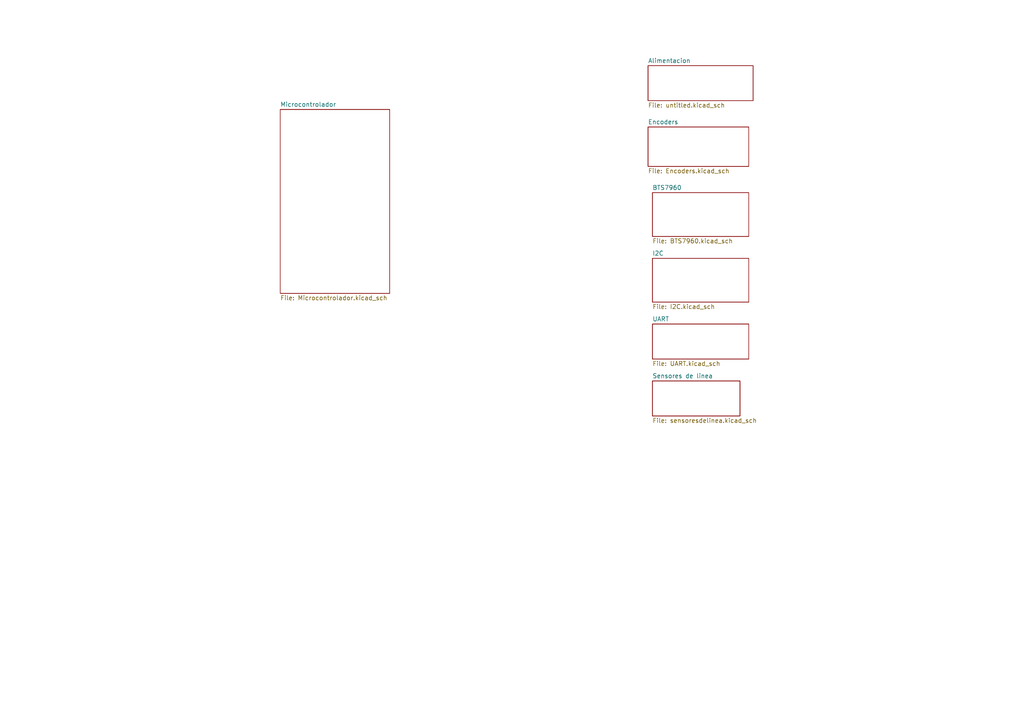
<source format=kicad_sch>
(kicad_sch
	(version 20231120)
	(generator "eeschema")
	(generator_version "8.0")
	(uuid "b0e8f483-0023-4ae8-ade5-8b5c3c2eccb2")
	(paper "A4")
	(lib_symbols)
	(sheet
		(at 187.96 19.05)
		(size 30.48 10.16)
		(fields_autoplaced yes)
		(stroke
			(width 0.1524)
			(type solid)
		)
		(fill
			(color 0 0 0 0.0000)
		)
		(uuid "065255fb-2ba0-4ab9-b773-63c1b05bf665")
		(property "Sheetname" "Alimentacion"
			(at 187.96 18.3384 0)
			(effects
				(font
					(size 1.27 1.27)
				)
				(justify left bottom)
			)
		)
		(property "Sheetfile" "untitled.kicad_sch"
			(at 187.96 29.7946 0)
			(effects
				(font
					(size 1.27 1.27)
				)
				(justify left top)
			)
		)
		(instances
			(project "Placa_principal_v2"
				(path "/b0e8f483-0023-4ae8-ade5-8b5c3c2eccb2"
					(page "2")
				)
			)
		)
	)
	(sheet
		(at 81.28 31.75)
		(size 31.75 53.34)
		(fields_autoplaced yes)
		(stroke
			(width 0.1524)
			(type solid)
		)
		(fill
			(color 0 0 0 0.0000)
		)
		(uuid "2eff5255-2602-4a7d-a57c-fcf425443981")
		(property "Sheetname" "Microcontrolador"
			(at 81.28 31.0384 0)
			(effects
				(font
					(size 1.27 1.27)
				)
				(justify left bottom)
			)
		)
		(property "Sheetfile" "Microcontrolador.kicad_sch"
			(at 81.28 85.6746 0)
			(effects
				(font
					(size 1.27 1.27)
				)
				(justify left top)
			)
		)
		(instances
			(project "Placa_principal_v2"
				(path "/b0e8f483-0023-4ae8-ade5-8b5c3c2eccb2"
					(page "3")
				)
			)
		)
	)
	(sheet
		(at 189.23 110.49)
		(size 25.4 10.16)
		(fields_autoplaced yes)
		(stroke
			(width 0.1524)
			(type solid)
		)
		(fill
			(color 0 0 0 0.0000)
		)
		(uuid "ad261028-5f21-43f6-b329-e154d5dbf44c")
		(property "Sheetname" "Sensores de linea"
			(at 189.23 109.7784 0)
			(effects
				(font
					(size 1.27 1.27)
				)
				(justify left bottom)
			)
		)
		(property "Sheetfile" "sensoresdelinea.kicad_sch"
			(at 189.23 121.2346 0)
			(effects
				(font
					(size 1.27 1.27)
				)
				(justify left top)
			)
		)
		(instances
			(project "Placa_principal_v2"
				(path "/b0e8f483-0023-4ae8-ade5-8b5c3c2eccb2"
					(page "8")
				)
			)
		)
	)
	(sheet
		(at 189.23 74.93)
		(size 27.94 12.7)
		(fields_autoplaced yes)
		(stroke
			(width 0.1524)
			(type solid)
		)
		(fill
			(color 0 0 0 0.0000)
		)
		(uuid "aeaf4bd9-598b-4e53-bda9-84c09b5a44c6")
		(property "Sheetname" "I2C"
			(at 189.23 74.2184 0)
			(effects
				(font
					(size 1.27 1.27)
				)
				(justify left bottom)
			)
		)
		(property "Sheetfile" "I2C.kicad_sch"
			(at 189.23 88.2146 0)
			(effects
				(font
					(size 1.27 1.27)
				)
				(justify left top)
			)
		)
		(instances
			(project "Placa_principal_v2"
				(path "/b0e8f483-0023-4ae8-ade5-8b5c3c2eccb2"
					(page "6")
				)
			)
		)
	)
	(sheet
		(at 189.23 93.98)
		(size 27.94 10.16)
		(fields_autoplaced yes)
		(stroke
			(width 0.1524)
			(type solid)
		)
		(fill
			(color 0 0 0 0.0000)
		)
		(uuid "c2666fbf-a41c-4e00-9062-94951a43daba")
		(property "Sheetname" "UART"
			(at 189.23 93.2684 0)
			(effects
				(font
					(size 1.27 1.27)
				)
				(justify left bottom)
			)
		)
		(property "Sheetfile" "UART.kicad_sch"
			(at 189.23 104.7246 0)
			(effects
				(font
					(size 1.27 1.27)
				)
				(justify left top)
			)
		)
		(instances
			(project "Placa_principal_v2"
				(path "/b0e8f483-0023-4ae8-ade5-8b5c3c2eccb2"
					(page "7")
				)
			)
		)
	)
	(sheet
		(at 187.96 36.83)
		(size 29.21 11.43)
		(fields_autoplaced yes)
		(stroke
			(width 0.1524)
			(type solid)
		)
		(fill
			(color 0 0 0 0.0000)
		)
		(uuid "eb4bc253-fdf3-4fc6-92e0-3d79d0a5e896")
		(property "Sheetname" "Encoders"
			(at 187.96 36.1184 0)
			(effects
				(font
					(size 1.27 1.27)
				)
				(justify left bottom)
			)
		)
		(property "Sheetfile" "Encoders.kicad_sch"
			(at 187.96 48.8446 0)
			(effects
				(font
					(size 1.27 1.27)
				)
				(justify left top)
			)
		)
		(instances
			(project "Placa_principal_v2"
				(path "/b0e8f483-0023-4ae8-ade5-8b5c3c2eccb2"
					(page "4")
				)
			)
		)
	)
	(sheet
		(at 189.23 55.88)
		(size 27.94 12.7)
		(fields_autoplaced yes)
		(stroke
			(width 0.1524)
			(type solid)
		)
		(fill
			(color 0 0 0 0.0000)
		)
		(uuid "fabe6dfe-39d4-4c76-a6bd-41507e506998")
		(property "Sheetname" "BTS7960"
			(at 189.23 55.1684 0)
			(effects
				(font
					(size 1.27 1.27)
				)
				(justify left bottom)
			)
		)
		(property "Sheetfile" "BTS7960.kicad_sch"
			(at 189.23 69.1646 0)
			(effects
				(font
					(size 1.27 1.27)
				)
				(justify left top)
			)
		)
		(instances
			(project "Placa_principal_v2"
				(path "/b0e8f483-0023-4ae8-ade5-8b5c3c2eccb2"
					(page "5")
				)
			)
		)
	)
	(sheet_instances
		(path "/"
			(page "1")
		)
	)
)

</source>
